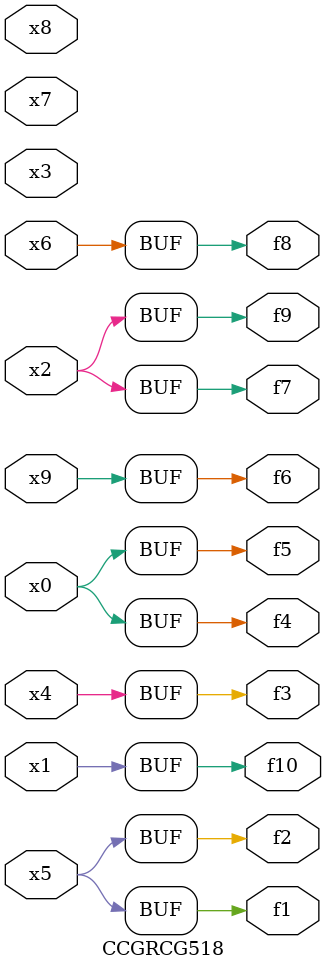
<source format=v>
module CCGRCG518(
	input x0, x1, x2, x3, x4, x5, x6, x7, x8, x9,
	output f1, f2, f3, f4, f5, f6, f7, f8, f9, f10
);
	assign f1 = x5;
	assign f2 = x5;
	assign f3 = x4;
	assign f4 = x0;
	assign f5 = x0;
	assign f6 = x9;
	assign f7 = x2;
	assign f8 = x6;
	assign f9 = x2;
	assign f10 = x1;
endmodule

</source>
